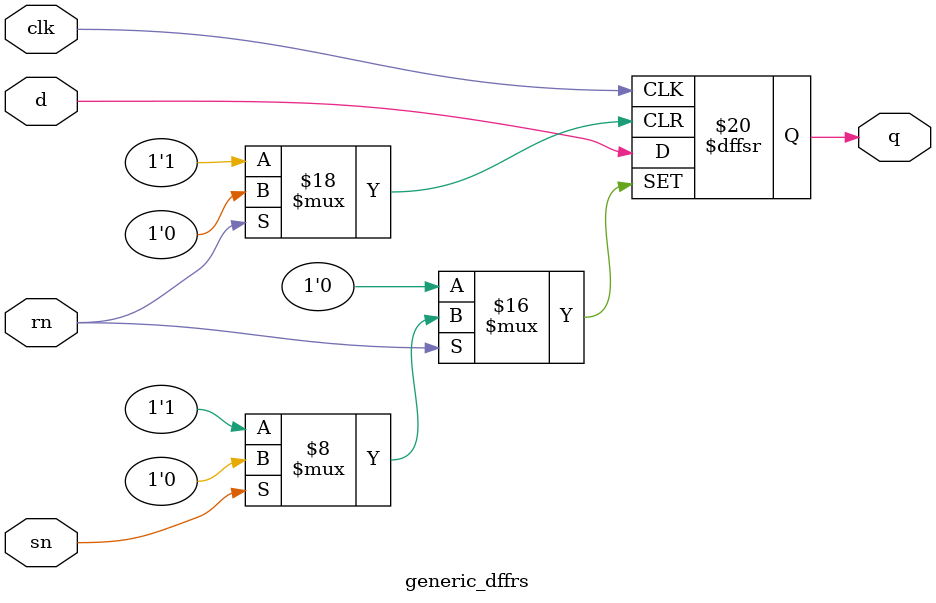
<source format=v>
`ifndef UNIT_DELAY
`define UNIT_DELAY #1
`endif

module generic_lat(input wire d, e, output reg q, qn);
  sky130_fd_sc_hd__dlxbp_1 lat_i (
    .D(d),
    .GATE(e),
    .Q(q),
    .Q_N(qn)
  );
endmodule

module generic_mux2(input wire i0, i1, s0, output wire y);
    assign `UNIT_DELAY y = s0 ? i1 : i0;
endmodule

module generic_mux4(input wire i0, i1, i2, i3, s0, s1, output wire y);
    wire a0 = s0 ? i1 : i0;
    wire a1 = s0 ? i3 : i2;
    assign `UNIT_DELAY y = s1 ? a1 : a0;
endmodule

module generic_mux8(input wire i0, i1, i2, i3, i4, i5, i6, i7, s0, s1, s2, output wire y);
    wire a0 = s0 ? i1 : i0;
    wire a1 = s0 ? i3 : i2;
    wire a2 = s0 ? i5 : i4;
    wire a3 = s0 ? i7 : i6;
    wire b0 = s1 ? a1 : a0;
    wire b1 = s1 ? a3 : a2;
    assign `UNIT_DELAY y = s2 ? b1 : b0;
endmodule

module generic_mux16(input wire i0, i1, i2, i3, i4, i5, i6, i7, i8, i9, i10, i11, i12, i13, i14, i15,
    s0, s1, s2, s3,
    output wire y);
    wire a0, a1;
    generic_mux8 m0(.i0(i0), .i1(i1), .i2(i2), .i3(i3), .i4(i4), .i5(i5), .i6(i6), .i7(i7), .s0(s0), .s1(s1), .s2(s2), .y(a0));
    generic_mux8 m1(.i0(i8), .i1(i9), .i2(i10), .i3(i11), .i4(i12), .i5(i13), .i6(i14), .i7(i15), .s0(s0), .s1(s1), .s2(s2), .y(a1));
    assign `UNIT_DELAY y = s3 ? a1 : a0;
endmodule

module generic_and(input wire a, b, output wire y);
    assign `UNIT_DELAY y = a & b;
endmodule

module generic_buf(input wire a, output wire y);
    assign y = a;
endmodule

module generic_clkbuf(input wire a, output wire y);
    assign y = a;
endmodule

module generic_dff(input clk, d, output reg q);
    always @(posedge clk)
        q <= d;
endmodule

module generic_dffrs(input clk, d, rn, sn, output reg q);
    always @(posedge clk, negedge rn, negedge sn)
        if (!rn)
            q <= 0;
        else if (!sn)
            q <= 1;
        else
            q <= d;
endmodule

</source>
